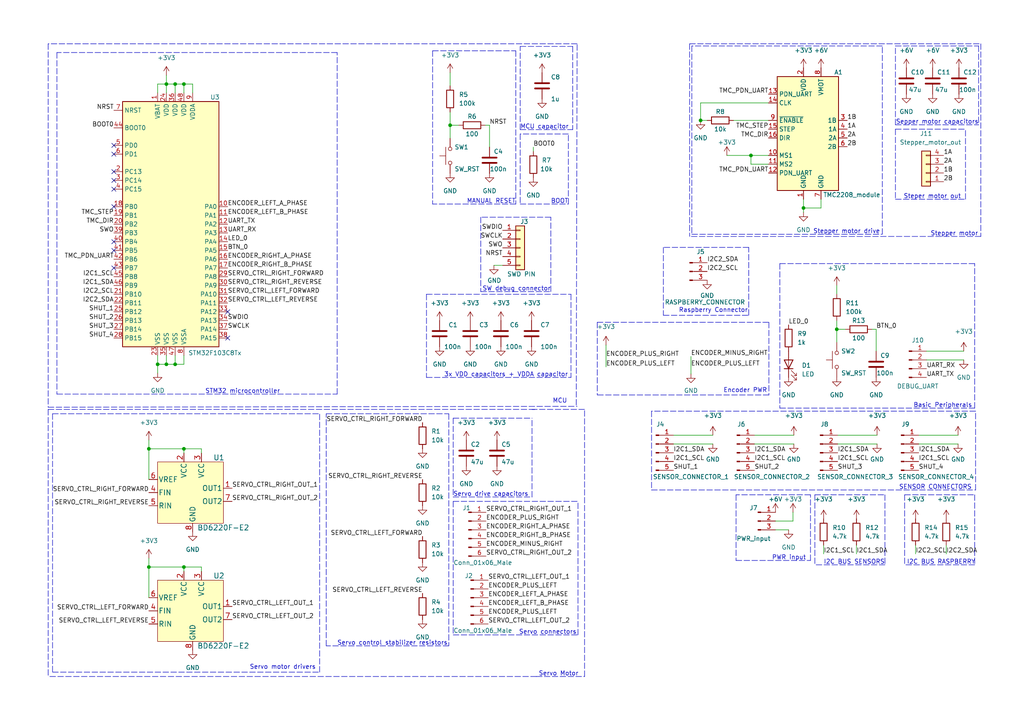
<source format=kicad_sch>
(kicad_sch (version 20211123) (generator eeschema)
  (paper "A4")
  (title_block (title "Motor Control Board") (date "2022-03-11"))
  (lib_symbols
    (symbol "BD6220F-E2_2" (pin_names (offset 0.254))
      (property "Reference" "U?" (at 25.4 8.89 0))
      (property "Value" "BD6220F-E2_2" (at 26.67 -11.43 0))
      (symbol "BD6220F-E2_2_1_1"
        (pin output line (at 29.21 0 180) (length 2.54) (name "OUT1") (number "1"))
        (pin power_in line (at 15.24 10.16 270) (length 2.54) (name "VCC") (number "2"))
        (pin power_in line (at 20.32 10.16 270) (length 2.54) (name "VCC") (number "3"))
        (pin unspecified line (at 5.08 -1.27 0) (length 2.54) (name "FIN") (number "4"))
        (pin unspecified line (at 5.08 -5.08 0) (length 2.54) (name "RIN") (number "5"))
        (pin power_in line (at 5.08 2.54 0) (length 2.54) (name "VREF") (number "6"))
        (pin output line (at 29.21 -3.81 180) (length 2.54) (name "OUT2") (number "7"))
        (pin power_in line (at 17.78 -12.7 90) (length 2.54) (name "GND") (number "8"))
      )
    )
    (symbol "Connector:Conn_01x03_Male" (pin_names (offset 1.016) hide)
      (property "Reference" "J" (at 0 5.08 0))
      (property "Value" "Conn_01x03_Male" (at 0 -5.08 0))
      (symbol "Conn_01x03_Male_1_1"
        (pin passive line (at 5.08 2.54 180) (length 3.81) (name "Pin_1") (number "1"))
        (pin passive line (at 5.08 0 180) (length 3.81) (name "Pin_2") (number "2"))
        (pin passive line (at 5.08 -2.54 180) (length 3.81) (name "Pin_3") (number "3"))
      )
    )
    (symbol "Connector:Conn_01x04_Male" (pin_names (offset 1.016) hide)
      (property "Reference" "J" (at 0 5.08 0))
      (property "Value" "Conn_01x04_Male" (at 0 -7.62 0))
      (symbol "Conn_01x04_Male_1_1"
        (pin passive line (at 5.08 2.54 180) (length 3.81) (name "Pin_1") (number "1"))
        (pin passive line (at 5.08 0 180) (length 3.81) (name "Pin_2") (number "2"))
        (pin passive line (at 5.08 -2.54 180) (length 3.81) (name "Pin_3") (number "3"))
        (pin passive line (at 5.08 -5.08 180) (length 3.81) (name "Pin_4") (number "4"))
      )
    )
    (symbol "Connector:Conn_01x05_Male" (pin_names (offset 1.016) hide)
      (property "Reference" "J" (at 0 7.62 0))
      (property "Value" "Conn_01x05_Male" (at 0 -7.62 0))
      (symbol "Conn_01x05_Male_1_1"
        (pin passive line (at 5.08 5.08 180) (length 3.81) (name "Pin_1") (number "1"))
        (pin passive line (at 5.08 2.54 180) (length 3.81) (name "Pin_2") (number "2"))
        (pin passive line (at 5.08 0 180) (length 3.81) (name "Pin_3") (number "3"))
        (pin passive line (at 5.08 -2.54 180) (length 3.81) (name "Pin_4") (number "4"))
        (pin passive line (at 5.08 -5.08 180) (length 3.81) (name "Pin_5") (number "5"))
      )
    )
    (symbol "Connector:Conn_01x06_Male" (pin_names (offset 1.016) hide)
      (property "Reference" "J" (at 0 7.62 0))
      (property "Value" "Conn_01x06_Male" (at 0 -10.16 0))
      (symbol "Conn_01x06_Male_1_1"
        (pin passive line (at 5.08 5.08 180) (length 3.81) (name "Pin_1") (number "1"))
        (pin passive line (at 5.08 2.54 180) (length 3.81) (name "Pin_2") (number "2"))
        (pin passive line (at 5.08 0 180) (length 3.81) (name "Pin_3") (number "3"))
        (pin passive line (at 5.08 -2.54 180) (length 3.81) (name "Pin_4") (number "4"))
        (pin passive line (at 5.08 -5.08 180) (length 3.81) (name "Pin_5") (number "5"))
        (pin passive line (at 5.08 -7.62 180) (length 3.81) (name "Pin_6") (number "6"))
      )
    )
    (symbol "Connector_Generic:Conn_01x04" (pin_names (offset 1.016) hide)
      (property "Reference" "J" (at 0 5.08 0))
      (property "Value" "Conn_01x04" (at 0 -7.62 0))
      (symbol "Conn_01x04_1_1"
        (pin passive line (at -5.08 2.54 0) (length 3.81) (name "Pin_1") (number "1"))
        (pin passive line (at -5.08 0 0) (length 3.81) (name "Pin_2") (number "2"))
        (pin passive line (at -5.08 -2.54 0) (length 3.81) (name "Pin_3") (number "3"))
        (pin passive line (at -5.08 -5.08 0) (length 3.81) (name "Pin_4") (number "4"))
      )
    )
    (symbol "Connector_Generic:Conn_01x05" (pin_names (offset 1.016) hide)
      (property "Reference" "J" (at 0 7.62 0))
      (property "Value" "Conn_01x05" (at 0 -7.62 0))
      (symbol "Conn_01x05_1_1"
        (pin passive line (at -5.08 5.08 0) (length 3.81) (name "Pin_1") (number "1"))
        (pin passive line (at -5.08 2.54 0) (length 3.81) (name "Pin_2") (number "2"))
        (pin passive line (at -5.08 0 0) (length 3.81) (name "Pin_3") (number "3"))
        (pin passive line (at -5.08 -2.54 0) (length 3.81) (name "Pin_4") (number "4"))
        (pin passive line (at -5.08 -5.08 0) (length 3.81) (name "Pin_5") (number "5"))
      )
    )
    (symbol "Device:C" (pin_numbers hide) (pin_names (offset 0.254))
      (property "Reference" "C" (at 0.635 2.54 0))
      (property "Value" "C" (at 0.635 -2.54 0))
      (symbol "C_1_1"
        (pin passive line (at 0 3.81 270) (length 2.794) (name "~") (number "1"))
        (pin passive line (at 0 -3.81 90) (length 2.794) (name "~") (number "2"))
      )
    )
    (symbol "Device:LED" (pin_numbers hide) (pin_names (offset 1.016) hide)
      (property "Reference" "D" (at 0 2.54 0))
      (property "Value" "LED" (at 0 -2.54 0))
      (symbol "LED_1_1"
        (pin passive line (at -3.81 0 0) (length 2.54) (name "K") (number "1"))
        (pin passive line (at 3.81 0 180) (length 2.54) (name "A") (number "2"))
      )
    )
    (symbol "Device:R" (pin_numbers hide) (pin_names (offset 0))
      (property "Reference" "R" (at 2.032 0 90))
      (property "Value" "R" (at 0 0 90))
      (symbol "R_1_1"
        (pin passive line (at 0 3.81 270) (length 1.27) (name "~") (number "1"))
        (pin passive line (at 0 -3.81 90) (length 1.27) (name "~") (number "2"))
      )
    )
    (symbol "Driver_Motor:Pololu_Breakout_A4988"
      (property "Reference" "A?" (at 8.89 16.51 0))
      (property "Value" "TMC2208_module" (at 8.89 -20.32 0))
      (symbol "Pololu_Breakout_A4988_1_1"
        (pin power_in line (at 0 -20.32 90) (length 2.54) (name "GND") (number "1"))
        (pin input line (at -10.16 -7.62 0) (length 2.54) (name "MS1") (number "10"))
        (pin input line (at -10.16 -10.16 0) (length 2.54) (name "MS2") (number "11"))
        (pin input line (at -10.16 -12.7 0) (length 2.54) (name "PDN_UART") (number "12"))
        (pin input line (at -10.16 10.16 0) (length 2.54) (name "PDN_UART") (number "13"))
        (pin input line (at -10.16 7.62 0) (length 2.54) (name "CLK") (number "14"))
        (pin input line (at -10.16 0 0) (length 2.54) (name "STEP") (number "15"))
        (pin input line (at -10.16 -2.54 0) (length 2.54) (name "DIR") (number "16"))
        (pin power_in line (at 0 17.78 270) (length 2.54) (name "VDD") (number "2"))
        (pin output line (at 12.7 2.54 180) (length 2.54) (name "1B") (number "3"))
        (pin output line (at 12.7 0 180) (length 2.54) (name "1A") (number "4"))
        (pin output line (at 12.7 -2.54 180) (length 2.54) (name "2A") (number "5"))
        (pin output line (at 12.7 -5.08 180) (length 2.54) (name "2B") (number "6"))
        (pin power_in line (at 5.08 -20.32 90) (length 2.54) (name "GND") (number "7"))
        (pin power_in line (at 5.08 17.78 270) (length 2.54) (name "VMOT") (number "8"))
        (pin input line (at -10.16 2.54 0) (length 2.54) (name "~{ENABLE}") (number "9"))
      )
    )
    (symbol "MCU_ST_STM32F1:STM32F103C8Tx"
      (property "Reference" "U" (at -15.24 36.83 0))
      (property "Value" "STM32F103C8Tx" (at 7.62 36.83 0))
      (symbol "STM32F103C8Tx_1_1"
        (pin power_in line (at -5.08 38.1 270) (length 2.54) (name "VBAT") (number "1"))
        (pin bidirectional line (at 15.24 5.08 180) (length 2.54) (name "PA0") (number "10"))
        (pin bidirectional line (at 15.24 2.54 180) (length 2.54) (name "PA1") (number "11"))
        (pin bidirectional line (at 15.24 0 180) (length 2.54) (name "PA2") (number "12"))
        (pin bidirectional line (at 15.24 -2.54 180) (length 2.54) (name "PA3") (number "13"))
        (pin bidirectional line (at 15.24 -5.08 180) (length 2.54) (name "PA4") (number "14"))
        (pin bidirectional line (at 15.24 -7.62 180) (length 2.54) (name "PA5") (number "15"))
        (pin bidirectional line (at 15.24 -10.16 180) (length 2.54) (name "PA6") (number "16"))
        (pin bidirectional line (at 15.24 -12.7 180) (length 2.54) (name "PA7") (number "17"))
        (pin bidirectional line (at -17.78 5.08 0) (length 2.54) (name "PB0") (number "18"))
        (pin bidirectional line (at -17.78 2.54 0) (length 2.54) (name "PB1") (number "19"))
        (pin bidirectional line (at -17.78 15.24 0) (length 2.54) (name "PC13") (number "2"))
        (pin bidirectional line (at -17.78 0 0) (length 2.54) (name "PB2") (number "20"))
        (pin bidirectional line (at -17.78 -20.32 0) (length 2.54) (name "PB10") (number "21"))
        (pin bidirectional line (at -17.78 -22.86 0) (length 2.54) (name "PB11") (number "22"))
        (pin power_in line (at -5.08 -38.1 90) (length 2.54) (name "VSS") (number "23"))
        (pin power_in line (at -2.54 38.1 270) (length 2.54) (name "VDD") (number "24"))
        (pin bidirectional line (at -17.78 -25.4 0) (length 2.54) (name "PB12") (number "25"))
        (pin bidirectional line (at -17.78 -27.94 0) (length 2.54) (name "PB13") (number "26"))
        (pin bidirectional line (at -17.78 -30.48 0) (length 2.54) (name "PB14") (number "27"))
        (pin bidirectional line (at -17.78 -33.02 0) (length 2.54) (name "PB15") (number "28"))
        (pin bidirectional line (at 15.24 -15.24 180) (length 2.54) (name "PA8") (number "29"))
        (pin bidirectional line (at -17.78 12.7 0) (length 2.54) (name "PC14") (number "3"))
        (pin bidirectional line (at 15.24 -17.78 180) (length 2.54) (name "PA9") (number "30"))
        (pin bidirectional line (at 15.24 -20.32 180) (length 2.54) (name "PA10") (number "31"))
        (pin bidirectional line (at 15.24 -22.86 180) (length 2.54) (name "PA11") (number "32"))
        (pin bidirectional line (at 15.24 -25.4 180) (length 2.54) (name "PA12") (number "33"))
        (pin bidirectional line (at 15.24 -27.94 180) (length 2.54) (name "PA13") (number "34"))
        (pin power_in line (at -2.54 -38.1 90) (length 2.54) (name "VSS") (number "35"))
        (pin power_in line (at 0 38.1 270) (length 2.54) (name "VDD") (number "36"))
        (pin bidirectional line (at 15.24 -30.48 180) (length 2.54) (name "PA14") (number "37"))
        (pin bidirectional line (at 15.24 -33.02 180) (length 2.54) (name "PA15") (number "38"))
        (pin bidirectional line (at -17.78 -2.54 0) (length 2.54) (name "PB3") (number "39"))
        (pin bidirectional line (at -17.78 10.16 0) (length 2.54) (name "PC15") (number "4"))
        (pin bidirectional line (at -17.78 -5.08 0) (length 2.54) (name "PB4") (number "40"))
        (pin bidirectional line (at -17.78 -7.62 0) (length 2.54) (name "PB5") (number "41"))
        (pin bidirectional line (at -17.78 -10.16 0) (length 2.54) (name "PB6") (number "42"))
        (pin bidirectional line (at -17.78 -12.7 0) (length 2.54) (name "PB7") (number "43"))
        (pin input line (at -17.78 27.94 0) (length 2.54) (name "BOOT0") (number "44"))
        (pin bidirectional line (at -17.78 -15.24 0) (length 2.54) (name "PB8") (number "45"))
        (pin bidirectional line (at -17.78 -17.78 0) (length 2.54) (name "PB9") (number "46"))
        (pin power_in line (at 0 -38.1 90) (length 2.54) (name "VSS") (number "47"))
        (pin power_in line (at 2.54 38.1 270) (length 2.54) (name "VDD") (number "48"))
        (pin input line (at -17.78 22.86 0) (length 2.54) (name "PD0") (number "5"))
        (pin input line (at -17.78 20.32 0) (length 2.54) (name "PD1") (number "6"))
        (pin input line (at -17.78 33.02 0) (length 2.54) (name "NRST") (number "7"))
        (pin power_in line (at 2.54 -38.1 90) (length 2.54) (name "VSSA") (number "8"))
        (pin power_in line (at 5.08 38.1 270) (length 2.54) (name "VDDA") (number "9"))
      )
    )
    (symbol "Switch:SW_Push" (pin_numbers hide) (pin_names (offset 1.016) hide)
      (property "Reference" "SW" (at 1.27 2.54 0))
      (property "Value" "SW_Push" (at 0 -1.524 0))
      (symbol "SW_Push_0_1"
        (pin passive line (at -5.08 0 0) (length 2.54) (name "1") (number "1"))
        (pin passive line (at 5.08 0 180) (length 2.54) (name "2") (number "2"))
      )
    )
    (symbol "power:+3V3" (power) (pin_names (offset 0))
      (property "Value" "+3V3" (at 0 3.556 0))
      (symbol "+3V3_1_1"
        (pin power_in line (at 0 0 90) (length 0) hide (name "+3V3") (number "1"))
      )
    )
    (symbol "power:+6V" (power) (pin_names (offset 0))
      (property "Value" "+6V" (at 0 3.556 0))
      (symbol "+6V_1_1"
        (pin power_in line (at 0 0 90) (length 0) hide (name "+6V") (number "1"))
      )
    )
    (symbol "power:GND" (power) (pin_names (offset 0))
      (property "Value" "GND" (at 0 -3.81 0))
      (symbol "GND_1_1"
        (pin power_in line (at 0 0 270) (length 0) hide (name "GND") (number "1"))
      )
    )
  )
  (junction (at 233.045 60.325))
  (junction (at 43.18 130.175))
  (junction (at 130.556 36.322))
  (junction (at 45.72 105.664))
  (junction (at 50.8 24.384))
  (junction (at 50.8 105.664))
  (junction (at 48.26 24.384))
  (junction (at 53.34 24.384))
  (junction (at 53.34 130.175))
  (junction (at 203.2 34.925))
  (junction (at 48.26 105.664))
  (junction (at 242.697 95.504))
  (junction (at 53.34 164.465))
  (junction (at 43.18 164.465))
  (junction (at 217.805 45.085))
  (no_connect (at 33.02 77.724))
  (no_connect (at 33.02 44.704))
  (no_connect (at 33.02 70.104))
  (no_connect (at 33.02 42.164))
  (no_connect (at 66.04 90.424))
  (no_connect (at 33.02 59.944))
  (no_connect (at 33.02 72.644))
  (no_connect (at 33.02 49.784))
  (no_connect (at 33.02 52.324))
  (no_connect (at 33.02 54.864))
  (no_connect (at 66.04 98.044))
  (polyline (pts (xy 188.976 142.113) (xy 282.956 142.113)))
  (wire (pts (xy 53.34 24.384) (xy 55.88 24.384)))
  (wire (pts (xy 53.34 105.664) (xy 53.34 103.124)))
  (polyline (pts (xy 155.575 196.215) (xy 13.97 196.215)))
  (wire (pts (xy 252.857 95.504) (xy 254.127 95.504)))
  (polyline (pts (xy 255.905 13.335) (xy 200.66 13.335)))
  (wire (pts (xy 130.556 36.322) (xy 130.556 40.132)))
  (wire (pts (xy 195.326 128.778) (xy 206.756 128.778)))
  (wire (pts (xy 242.951 126.238) (xy 254.381 126.238)))
  (wire (pts (xy 48.26 24.384) (xy 48.26 26.924)))
  (wire (pts (xy 238.887 158.115) (xy 238.887 160.655)))
  (wire (pts (xy 53.34 130.175) (xy 53.34 131.445)))
  (wire (pts (xy 254.127 101.854) (xy 254.127 95.504)))
  (polyline (pts (xy 167.386 12.954) (xy 167.132 117.856)))
  (polyline (pts (xy 192.405 91.44) (xy 217.17 91.44)))
  (wire (pts (xy 266.446 128.778) (xy 277.876 128.778)))
  (polyline (pts (xy 154.305 144.145) (xy 154.305 121.285)))
  (polyline (pts (xy 226.187 76.454) (xy 226.187 118.364)))
  (polyline (pts (xy 192.405 71.755) (xy 192.405 91.44)))
  (polyline (pts (xy 130.175 120.015) (xy 130.175 187.325)))
  (polyline (pts (xy 149.606 14.732) (xy 149.606 59.182)))
  (wire (pts (xy 210.82 45.085) (xy 217.805 45.085)))
  (polyline (pts (xy 213.487 162.56) (xy 235.077 162.56)))
  (polyline (pts (xy 169.545 118.745) (xy 154.305 118.745)))
  (wire (pts (xy 141.986 42.672) (xy 141.986 36.322)))
  (polyline (pts (xy 236.347 143.51) (xy 256.667 143.51)))
  (polyline (pts (xy 123.698 109.474) (xy 165.608 109.474)))
  (wire (pts (xy 248.412 158.115) (xy 248.412 160.655)))
  (polyline (pts (xy 169.545 196.215) (xy 169.545 118.745)))
  (wire (pts (xy 233.045 60.325) (xy 233.045 61.595)))
  (wire (pts (xy 45.72 105.664) (xy 45.72 108.204)))
  (polyline (pts (xy 97.79 114.3) (xy 97.79 15.24)))
  (polyline (pts (xy 150.876 59.182) (xy 164.846 59.182)))
  (wire (pts (xy 143.256 76.962) (xy 145.796 76.962)))
  (polyline (pts (xy 130.175 187.325) (xy 94.615 187.325)))
  (polyline (pts (xy 131.445 145.415) (xy 167.64 145.415)))
  (polyline (pts (xy 123.698 85.344) (xy 123.698 109.474)))
  (polyline (pts (xy 123.698 85.344) (xy 165.608 85.344)))
  (wire (pts (xy 58.42 165.735) (xy 58.42 164.465)))
  (wire (pts (xy 242.697 82.804) (xy 242.697 85.344)))
  (wire (pts (xy 154.686 42.672) (xy 154.686 43.942)))
  (wire (pts (xy 53.34 164.465) (xy 53.34 165.735)))
  (wire (pts (xy 242.951 128.778) (xy 254.381 128.778)))
  (wire (pts (xy 43.18 161.925) (xy 43.18 164.465)))
  (polyline (pts (xy 259.715 36.195) (xy 259.715 13.335)))
  (wire (pts (xy 140.716 36.322) (xy 141.986 36.322)))
  (polyline (pts (xy 131.445 121.285) (xy 154.305 121.285)))
  (polyline (pts (xy 259.715 57.785) (xy 280.035 57.785)))
  (wire (pts (xy 222.885 47.625) (xy 217.805 47.625)))
  (wire (pts (xy 45.72 105.664) (xy 48.26 105.664)))
  (wire (pts (xy 265.557 158.115) (xy 265.557 160.655)))
  (polyline (pts (xy 165.608 108.204) (xy 165.608 109.474)))
  (wire (pts (xy 242.697 92.964) (xy 242.697 95.504)))
  (wire (pts (xy 274.447 158.115) (xy 274.447 160.655)))
  (polyline (pts (xy 173.228 93.472) (xy 173.228 114.554)))
  (wire (pts (xy 238.125 60.325) (xy 238.125 57.785)))
  (polyline (pts (xy 282.702 118.364) (xy 282.702 76.454)))
  (wire (pts (xy 224.917 151.13) (xy 229.997 151.13)))
  (wire (pts (xy 233.045 57.785) (xy 233.045 60.325)))
  (polyline (pts (xy 94.615 120.015) (xy 130.175 120.015)))
  (polyline (pts (xy 125.476 14.732) (xy 125.476 59.182)))
  (polyline (pts (xy 259.715 13.335) (xy 283.845 13.335)))
  (polyline (pts (xy 223.012 93.472) (xy 223.012 114.554)))
  (polyline (pts (xy 139.446 84.582) (xy 159.766 84.582)))
  (polyline (pts (xy 15.24 120.015) (xy 92.71 120.015)))
  (polyline (pts (xy 256.667 143.51) (xy 256.667 163.83)))
  (wire (pts (xy 203.2 29.845) (xy 203.2 34.925)))
  (polyline (pts (xy 200.025 12.7) (xy 200.025 68.58)))
  (wire (pts (xy 266.446 126.238) (xy 277.876 126.238)))
  (wire (pts (xy 218.821 126.238) (xy 230.251 126.238)))
  (polyline (pts (xy 164.846 59.182) (xy 164.846 38.862)))
  (polyline (pts (xy 150.876 13.462) (xy 166.116 13.462)))
  (wire (pts (xy 242.697 95.504) (xy 242.697 99.314)))
  (wire (pts (xy 43.18 164.465) (xy 43.18 173.355)))
  (polyline (pts (xy 259.715 37.465) (xy 259.715 57.785)))
  (wire (pts (xy 43.18 130.175) (xy 53.34 130.175)))
  (polyline (pts (xy 282.956 119.253) (xy 188.976 119.253)))
  (polyline (pts (xy 259.715 37.465) (xy 280.035 37.465)))
  (polyline (pts (xy 282.702 143.51) (xy 282.702 163.83)))
  (polyline (pts (xy 94.615 187.325) (xy 94.615 120.015)))
  (polyline (pts (xy 125.476 14.732) (xy 149.606 14.732)))
  (polyline (pts (xy 167.386 12.7) (xy 13.97 12.7)))
  (polyline (pts (xy 92.71 194.945) (xy 92.71 120.015)))
  (wire (pts (xy 50.8 105.664) (xy 53.34 105.664)))
  (wire (pts (xy 200.406 103.378) (xy 200.406 108.458)))
  (polyline (pts (xy 255.905 67.945) (xy 255.905 13.335)))
  (wire (pts (xy 45.72 103.124) (xy 45.72 105.664)))
  (polyline (pts (xy 13.97 118.11) (xy 167.386 117.856)))
  (polyline (pts (xy 150.876 37.592) (xy 166.116 37.592)))
  (polyline (pts (xy 13.97 118.745) (xy 13.97 196.215)))
  (polyline (pts (xy 217.17 71.755) (xy 192.405 71.755)))
  (wire (pts (xy 45.72 24.384) (xy 48.26 24.384)))
  (polyline (pts (xy 280.035 57.785) (xy 280.035 37.465)))
  (wire (pts (xy 48.26 105.664) (xy 50.8 105.664)))
  (wire (pts (xy 203.2 29.845) (xy 222.885 29.845)))
  (polyline (pts (xy 131.445 121.285) (xy 131.445 144.145)))
  (wire (pts (xy 175.768 100.076) (xy 175.768 106.426)))
  (wire (pts (xy 218.821 128.778) (xy 230.251 128.778)))
  (polyline (pts (xy 139.446 62.992) (xy 139.446 84.582)))
  (wire (pts (xy 48.26 24.384) (xy 50.8 24.384)))
  (polyline (pts (xy 200.025 12.7) (xy 284.48 12.7)))
  (polyline (pts (xy 282.702 163.83) (xy 262.382 163.83)))
  (polyline (pts (xy 150.876 38.862) (xy 150.876 59.182)))
  (wire (pts (xy 228.727 153.67) (xy 224.917 153.67)))
  (polyline (pts (xy 282.956 142.113) (xy 282.956 119.253)))
  (polyline (pts (xy 259.715 36.195) (xy 283.845 36.195)))
  (polyline (pts (xy 97.79 15.24) (xy 16.51 15.24)))
  (polyline (pts (xy 149.606 59.182) (xy 125.476 59.182)))
  (wire (pts (xy 50.8 24.384) (xy 53.34 24.384)))
  (polyline (pts (xy 283.845 13.335) (xy 283.845 36.195)))
  (wire (pts (xy 242.697 95.504) (xy 245.237 95.504)))
  (polyline (pts (xy 159.766 62.992) (xy 139.446 62.992)))
  (polyline (pts (xy 256.667 163.83) (xy 236.347 163.83)))
  (wire (pts (xy 217.805 47.625) (xy 217.805 45.085)))
  (wire (pts (xy 48.26 21.844) (xy 48.26 24.384)))
  (wire (pts (xy 229.997 148.59) (xy 229.997 151.13)))
  (wire (pts (xy 43.18 164.465) (xy 53.34 164.465)))
  (wire (pts (xy 130.556 36.322) (xy 133.096 36.322)))
  (wire (pts (xy 268.732 101.854) (xy 279.527 101.854)))
  (polyline (pts (xy 282.702 76.454) (xy 226.187 76.454)))
  (polyline (pts (xy 131.445 144.145) (xy 154.305 144.145)))
  (polyline (pts (xy 167.64 184.15) (xy 167.64 145.415)))
  (polyline (pts (xy 159.766 84.582) (xy 159.766 62.992)))
  (polyline (pts (xy 284.48 12.7) (xy 284.48 68.58)))
  (polyline (pts (xy 236.347 143.51) (xy 236.347 163.83)))
  (wire (pts (xy 130.556 32.512) (xy 130.556 36.322)))
  (polyline (pts (xy 13.97 118.745) (xy 155.575 118.745)))
  (wire (pts (xy 45.72 26.924) (xy 45.72 24.384)))
  (wire (pts (xy 53.34 164.465) (xy 58.42 164.465)))
  (polyline (pts (xy 165.608 85.344) (xy 165.608 108.204)))
  (polyline (pts (xy 235.077 143.51) (xy 213.487 143.51)))
  (polyline (pts (xy 131.445 145.415) (xy 131.445 184.15)))
  (wire (pts (xy 268.732 104.394) (xy 279.527 104.394)))
  (wire (pts (xy 203.2 34.925) (xy 205.105 34.925)))
  (polyline (pts (xy 166.116 13.462) (xy 166.116 37.592)))
  (polyline (pts (xy 15.24 194.945) (xy 92.71 194.945)))
  (polyline (pts (xy 155.575 196.215) (xy 169.545 196.215)))
  (polyline (pts (xy 226.187 118.364) (xy 282.702 118.364)))
  (polyline (pts (xy 262.382 143.51) (xy 282.702 143.51)))
  (wire (pts (xy 53.34 24.384) (xy 53.34 26.924)))
  (polyline (pts (xy 284.48 68.58) (xy 200.025 68.58)))
  (wire (pts (xy 43.18 130.175) (xy 43.18 139.065)))
  (polyline (pts (xy 262.382 143.51) (xy 262.382 163.83)))
  (wire (pts (xy 55.88 24.384) (xy 55.88 26.924)))
  (polyline (pts (xy 235.077 162.56) (xy 235.077 143.51)))
  (wire (pts (xy 233.045 60.325) (xy 238.125 60.325)))
  (polyline (pts (xy 150.876 37.592) (xy 150.876 13.462)))
  (polyline (pts (xy 200.66 67.945) (xy 255.905 67.945)))
  (polyline (pts (xy 217.17 91.44) (xy 217.17 71.755)))
  (wire (pts (xy 50.8 24.384) (xy 50.8 26.924)))
  (polyline (pts (xy 173.228 93.472) (xy 223.012 93.472)))
  (polyline (pts (xy 213.487 143.51) (xy 213.487 162.56)))
  (wire (pts (xy 53.34 130.175) (xy 58.42 130.175)))
  (wire (pts (xy 217.805 45.085) (xy 222.885 45.085)))
  (wire (pts (xy 195.326 126.238) (xy 206.756 126.238)))
  (polyline (pts (xy 200.66 13.335) (xy 200.66 67.945)))
  (wire (pts (xy 50.8 105.664) (xy 50.8 103.124)))
  (polyline (pts (xy 16.51 114.3) (xy 97.79 114.3)))
  (wire (pts (xy 43.18 127.635) (xy 43.18 130.175)))
  (polyline (pts (xy 13.97 12.7) (xy 13.97 118.11)))
  (wire (pts (xy 130.556 21.082) (xy 130.556 24.892)))
  (wire (pts (xy 48.26 105.664) (xy 48.26 103.124)))
  (polyline (pts (xy 16.51 15.24) (xy 16.51 114.3)))
  (wire (pts (xy 212.725 34.925) (xy 222.885 34.925)))
  (polyline (pts (xy 131.445 184.15) (xy 167.64 184.15)))
  (polyline (pts (xy 223.012 114.554) (xy 173.228 114.554)))
  (polyline (pts (xy 15.24 120.015) (xy 15.24 194.945)))
  (polyline (pts (xy 188.976 119.253) (xy 188.976 142.113)))
  (wire (pts (xy 58.42 131.445) (xy 58.42 130.175)))
  (polyline (pts (xy 164.846 38.862) (xy 150.876 38.862)))
  (text "BOOT" (at 164.846 59.182 180) (effects (font (size 1.27 1.27)) (justify right bottom)))
  (text "MANUAL RESET" (at 149.606 59.182 180) (effects (font (size 1.27 1.27)) (justify right bottom)))
  (text "STM32 microcontroller" (at 81.28 114.3 180) (effects (font (size 1.27 1.27)) (justify right bottom)))
  (text "Sepper motor capacitors\n" (at 283.845 36.195 180) (effects (font (size 1.27 1.27)) (justify right bottom)))
  (text "I2C BUS SENSORS" (at 238.887 163.83 0) (effects (font (size 1.27 1.27)) (justify left bottom)))
  (text "MCU" (at 160.274 117.094 0) (effects (font (size 1.27 1.27)) (justify left bottom)))
  (text "Steper motor out" (at 278.765 57.785 180) (effects (font (size 1.27 1.27)) (justify right bottom)))
  (text "Servo control stabilizer resistors" (at 97.79 187.325 0) (effects (font (size 1.27 1.27)) (justify left bottom)))
  (text "Servo drive capacitors" (at 131.445 144.145 0) (effects (font (size 1.27 1.27)) (justify left bottom)))
  (text "Servo Motor" (at 156.21 196.215 0) (effects (font (size 1.27 1.27)) (justify left bottom)))
  (text "Raspberry Connector" (at 196.85 90.805 0) (effects (font (size 1.27 1.27)) (justify left bottom)))
  (text "3x VDD capacitors + VDDA capacitor" (at 128.778 109.474 0) (effects (font (size 1.27 1.27)) (justify left bottom)))
  (text "Basic Peripherals\n" (at 264.922 118.364 0) (effects (font (size 1.27 1.27)) (justify left bottom)))
  (text "Stepper motor drive" (at 255.27 67.945 180) (effects (font (size 1.27 1.27)) (justify right bottom)))
  (text "SW debug connector\n" (at 159.766 84.582 180) (effects (font (size 1.27 1.27)) (justify right bottom)))
  (text "MCU capacitor\n" (at 150.876 37.592 0) (effects (font (size 1.27 1.27)) (justify left bottom)))
  (text "Servo connectors" (at 150.495 184.15 0) (effects (font (size 1.27 1.27)) (justify left bottom)))
  (text "Encoder PWR" (at 209.804 114.046 0) (effects (font (size 1.27 1.27)) (justify left bottom)))
  (text "Stepper motor\n" (at 269.875 68.58 0) (effects (font (size 1.27 1.27)) (justify left bottom)))
  (text "Servo motor drivers" (at 72.39 194.31 0) (effects (font (size 1.27 1.27)) (justify left bottom)))
  (text "I2C BUS RASPBERRY" (at 263.017 163.83 0) (effects (font (size 1.27 1.27)) (justify left bottom)))
  (text "SENSOR CONNECTORS" (at 260.731 142.113 0) (effects (font (size 1.27 1.27)) (justify left bottom)))
  (text "PWR input" (at 233.807 162.56 180) (effects (font (size 1.27 1.27)) (justify right bottom)))
  (label "ENCODER_RIGHT_A_PHASE" (at 140.97 153.67 0))
  (label "I2C1_SDA" (at 218.821 131.318 0))
  (label "I2C1_SCL" (at 242.951 133.858 0))
  (label "ENCODER_LEFT_B_PHASE" (at 141.605 175.895 0))
  (label "I2C2_SDA" (at 33.02 87.884 180))
  (label "ENCODER_LEFT_A_PHASE" (at 66.04 59.944 0))
  (label "ENCODER_LEFT_B_PHASE" (at 66.04 62.484 0))
  (label "ENCODER_RIGHT_B_PHASE" (at 140.97 156.21 0))
  (label "ENCODER_PLUS_LEFT" (at 141.605 170.815 0))
  (label "I2C2_SDA" (at 274.447 160.655 0))
  (label "2B" (at 245.745 42.545 0))
  (label "I2C1_SDA" (at 33.02 82.804 180))
  (label "SHUT_2" (at 33.02 92.964 180))
  (label "1B" (at 245.745 34.925 0))
  (label "TMC_DIR" (at 33.02 65.024 180))
  (label "SERVO_CTRL_LEFT_REVERSE" (at 122.555 172.085 180))
  (label "1B" (at 273.685 50.165 0))
  (label "SERVO_CTRL_LEFT_FORWARD" (at 66.04 85.344 0))
  (label "ENCODER_RIGHT_B_PHASE" (at 66.04 77.724 0))
  (label "SHUT_1" (at 195.326 136.398 0))
  (label "SERVO_CTRL_LEFT_REVERSE" (at 43.18 180.975 180))
  (label "UART_TX" (at 268.732 109.474 0))
  (label "ENCODER_LEFT_A_PHASE" (at 141.605 173.355 0))
  (label "I2C2_SCL" (at 265.557 160.655 0))
  (label "LED_0" (at 228.727 94.234 0))
  (label "SWO" (at 33.02 67.564 180))
  (label "I2C1_SCL" (at 195.326 133.858 0))
  (label "TMC_STEP" (at 222.885 37.465 180))
  (label "UART_RX" (at 268.732 106.934 0))
  (label "ENCODER_PLUS_LEFT" (at 200.406 106.426 0))
  (label "2A" (at 273.685 47.625 0))
  (label "SERVO_CTRL_RIGHT_OUT_2" (at 140.97 161.29 0))
  (label "ENCODER_PLUS_LEFT" (at 141.605 178.435 0))
  (label "UART_TX" (at 66.04 65.024 0))
  (label "SERVO_CTRL_LEFT_OUT_1" (at 141.605 168.275 0))
  (label "SERVO_CTRL_LEFT_OUT_2" (at 141.605 180.975 0))
  (label "NRST" (at 33.02 32.004 180))
  (label "TMC_DIR" (at 222.885 40.005 180))
  (label "SERVO_CTRL_LEFT_FORWARD" (at 122.555 155.575 180))
  (label "SHUT_3" (at 242.951 136.398 0))
  (label "I2C1_SDA" (at 248.412 160.655 0))
  (label "ENCODER_PLUS_RIGHT" (at 140.97 151.13 0))
  (label "SWO" (at 145.796 71.882 180))
  (label "BTN_0" (at 254.127 95.504 0))
  (label "I2C1_SCL" (at 238.887 160.655 0))
  (label "SERVO_CTRL_LEFT_OUT_2" (at 67.31 179.705 0))
  (label "I2C2_SCL" (at 205.105 78.74 0))
  (label "ENCODER_PLUS_RIGHT" (at 175.768 103.632 0))
  (label "LED_0" (at 66.04 70.104 0))
  (label "SERVO_CTRL_RIGHT_OUT_2" (at 67.31 145.415 0))
  (label "SWDIO" (at 145.796 66.802 180))
  (label "BTN_0" (at 66.04 72.644 0))
  (label "BOOT0" (at 33.02 37.084 180))
  (label "SERVO_CTRL_RIGHT_REVERSE" (at 66.04 82.804 0))
  (label "I2C1_SCL" (at 218.821 133.858 0))
  (label "SERVO_CTRL_RIGHT_OUT_1" (at 67.31 141.605 0))
  (label "SERVO_CTRL_RIGHT_FORWARD" (at 122.555 122.555 180))
  (label "SHUT_3" (at 33.02 95.504 180))
  (label "NRST" (at 141.986 36.322 0))
  (label "ENCODER_PLUS_LEFT" (at 175.768 106.426 0))
  (label "SWCLK" (at 145.796 69.342 180))
  (label "NRST" (at 145.796 74.422 180))
  (label "1A" (at 245.745 37.465 0))
  (label "2A" (at 245.745 40.005 0))
  (label "I2C1_SCL" (at 266.446 133.858 0))
  (label "SHUT_4" (at 266.446 136.398 0))
  (label "SERVO_CTRL_RIGHT_FORWARD" (at 43.18 142.875 180))
  (label "SERVO_CTRL_LEFT_FORWARD" (at 43.18 177.165 180))
  (label "SERVO_CTRL_RIGHT_REVERSE" (at 122.555 139.065 180))
  (label "ENCODER_RIGHT_A_PHASE" (at 66.04 75.184 0))
  (label "I2C2_SCL" (at 33.02 85.344 180))
  (label "UART_RX" (at 66.04 67.564 0))
  (label "I2C1_SDA" (at 266.446 131.318 0))
  (label "I2C1_SDA" (at 242.951 131.318 0))
  (label "SWCLK" (at 66.04 95.504 0))
  (label "SERVO_CTRL_RIGHT_FORWARD" (at 66.04 80.264 0))
  (label "SHUT_1" (at 33.02 90.424 180))
  (label "1A" (at 273.685 45.085 0))
  (label "BOOT0" (at 154.686 42.672 0))
  (label "ENCODER_MINUS_RIGHT" (at 200.406 103.378 0))
  (label "I2C1_SCL" (at 33.02 80.264 180))
  (label "TMC_PDN_UART" (at 33.02 75.184 180))
  (label "SHUT_4" (at 33.02 98.044 180))
  (label "SWDIO" (at 66.04 92.964 0))
  (label "TMC_STEP" (at 33.02 62.484 180))
  (label "SERVO_CTRL_RIGHT_REVERSE" (at 43.18 146.685 180))
  (label "SERVO_CTRL_RIGHT_OUT_1" (at 140.97 148.59 0))
  (label "SERVO_CTRL_LEFT_REVERSE" (at 66.04 87.884 0))
  (label "SERVO_CTRL_LEFT_OUT_1" (at 67.31 175.895 0))
  (label "I2C2_SDA" (at 205.105 76.2 0))
  (label "TMC_PDN_UART" (at 222.885 50.165 180))
  (label "I2C1_SDA" (at 195.326 131.318 0))
  (label "ENCODER_MINUS_RIGHT" (at 140.97 158.75 0))
  (label "TMC_PDN_UART" (at 222.885 27.305 180))
  (label "SHUT_2" (at 218.821 136.398 0))
  (label "2B" (at 273.685 52.705 0))
  (symbol (lib_id "power:GND") (at 200.406 108.458 0) (unit 1)
    (property "Reference" "#PWR0120" (effects hide))
    (property "Value" "GND" (at 200.406 113.284 0))
  )
  (symbol (lib_id "Device:R") (at 122.555 159.385 0) (unit 1)
    (property "Reference" "R3" (at 125.095 158.1149 0) (effects (justify left)))
    (property "Value" "10k" (at 125.095 160.6549 0) (effects (justify left)))
    (property "Footprint" "Resistor_SMD:R_0805_2012Metric_Pad1.20x1.40mm_HandSolder" (effects hide))
  )
  (symbol (lib_id "power:GND") (at 233.045 61.595 0) (unit 1)
    (property "Reference" "#PWR0109" (effects hide))
    (property "Value" "GND" (at 233.045 66.675 0))
  )
  (symbol (lib_id "Device:C") (at 127.508 96.774 0) (unit 1)
    (property "Reference" "C1" (at 130.048 94.234 0) (effects (justify left)))
    (property "Value" "100n" (at 128.778 100.584 0) (effects (justify left)))
  )
  (symbol (lib_id "Device:R") (at 238.887 154.305 0) (unit 1)
    (property "Reference" "R10" (at 241.427 153.0349 0) (effects (justify left)))
    (property "Value" "4.7k" (at 241.427 155.5749 0) (effects (justify left)))
    (property "Footprint" "Resistor_SMD:R_0805_2012Metric_Pad1.20x1.40mm_HandSolder" (effects hide))
  )
  (symbol (lib_id "power:GND") (at 262.89 27.305 0) (unit 1)
    (property "Reference" "#PWR0140" (effects hide))
    (property "Value" "GND" (at 262.89 32.385 0))
  )
  (symbol (lib_id "Connector_Generic:Conn_01x05") (at 150.876 71.882 0) (unit 1)
    (property "Reference" "J3" (at 150.876 64.262 0) (effects (justify left)))
    (property "Value" "SWD PIN" (at 147.066 79.502 0) (effects (justify left)))
  )
  (symbol (lib_id "power:GND") (at 45.72 108.204 0) (unit 1)
    (property "Reference" "#PWR0153" (effects hide))
    (property "Value" "GND" (at 45.72 113.284 0))
  )
  (symbol (lib_id "Device:C") (at 157.226 24.892 0) (unit 1)
    (property "Reference" "C8" (at 159.766 22.352 0) (effects (justify left)))
    (property "Value" "1u" (at 159.766 28.702 0) (effects (justify left)))
  )
  (symbol (lib_id "power:+6V") (at 238.125 19.685 0) (unit 1)
    (property "Reference" "#PWR0113" (effects hide))
    (property "Value" "+6V" (at 238.125 14.605 0))
  )
  (symbol (lib_id "Connector:Conn_01x06_Male") (at 135.89 153.67 0) (unit 1)
    (property "Reference" "J1" (at 136.525 147.32 0) (effects (justify right)))
    (property "Value" "Conn_01x06_Male" (at 148.59 163.195 0) (effects (justify right)))
  )
  (symbol (lib_id "power:+3V3") (at 279.527 101.854 0) (unit 1)
    (property "Reference" "#PWR0123" (effects hide))
    (property "Value" "+3V3" (at 279.527 96.139 0))
  )
  (symbol (lib_id "power:GND") (at 122.555 163.195 0) (unit 1)
    (property "Reference" "#PWR0142" (effects hide))
    (property "Value" "GND" (at 122.555 168.275 0))
  )
  (symbol (lib_id "Connector:Conn_01x05_Male") (at 237.871 131.318 0) (unit 1)
    (property "Reference" "J8" (at 239.141 123.063 0))
    (property "Value" "SENSOR_CONNECTOR_3" (at 248.031 138.303 0))
  )
  (symbol (lib_id "power:GND") (at 157.226 28.702 0) (unit 1)
    (property "Reference" "#PWR0104" (effects hide))
    (property "Value" "GND" (at 157.226 33.782 0))
  )
  (symbol (lib_id "Device:C") (at 154.178 96.774 0) (unit 1)
    (property "Reference" "C7" (at 156.718 94.234 0) (effects (justify left)))
    (property "Value" "100n" (at 156.718 100.584 0) (effects (justify left)))
  )
  (symbol (lib_name "BD6220F-E2_2") (lib_id "motor-driver:BD6220F-E2") (at 38.1 175.895 0) (unit 1)
    (property "Reference" "U2" (at 63.5 167.005 0) (effects (font (size 1.524 1.524))))
    (property "Value" "BD6220F-E2" (at 64.77 187.325 0) (effects (font (size 1.524 1.524))))
    (property "Footprint" "SOP8_ROM" (effects hide))
  )
  (symbol (lib_id "Connector_Generic:Conn_01x04") (at 268.605 50.165 180) (unit 1)
    (property "Reference" "J11" (at 268.605 38.735 0))
    (property "Value" "Stepper_motor_out" (at 269.875 41.275 0))
  )
  (symbol (lib_id "power:+6V") (at 270.51 19.685 0) (unit 1)
    (property "Reference" "#PWR0136" (effects hide))
    (property "Value" "+6V" (at 270.51 14.605 0))
  )
  (symbol (lib_id "power:+3V3") (at 230.251 126.238 0) (unit 1)
    (property "Reference" "#PWR0118" (effects hide))
    (property "Value" "+3V3" (at 230.251 120.523 0))
  )
  (symbol (lib_id "Device:R") (at 265.557 154.305 0) (unit 1)
    (property "Reference" "R14" (at 268.097 153.0349 0) (effects (justify left)))
    (property "Value" "4.7k" (at 268.097 155.5749 0) (effects (justify left)))
    (property "Footprint" "Resistor_SMD:R_0805_2012Metric_Pad1.20x1.40mm_HandSolder" (effects hide))
  )
  (symbol (lib_id "Connector:Conn_01x05_Male") (at 261.366 131.318 0) (unit 1)
    (property "Reference" "J9" (at 262.636 123.063 0))
    (property "Value" "SENSOR_CONNECTOR_4" (at 271.526 138.303 0))
  )
  (symbol (lib_id "power:GND") (at 136.398 100.584 0) (unit 1)
    (property "Reference" "#PWR0162" (effects hide))
    (property "Value" "GND" (at 136.398 105.664 0))
  )
  (symbol (lib_id "power:+3V3") (at 175.768 100.076 0) (unit 1)
    (property "Reference" "#PWR0106" (effects hide))
    (property "Value" "+3V3" (at 175.768 94.742 0))
  )
  (symbol (lib_id "Connector:Conn_01x04_Male") (at 263.652 104.394 0) (unit 1)
    (property "Reference" "J10" (at 266.192 98.679 0))
    (property "Value" "DEBUG_UART" (at 266.192 112.014 0))
  )
  (symbol (lib_id "power:+3V3") (at 277.876 126.238 0) (unit 1)
    (property "Reference" "#PWR0116" (effects hide))
    (property "Value" "+3V3" (at 277.876 120.523 0))
  )
  (symbol (lib_id "power:+3V3") (at 130.556 21.082 0) (unit 1)
    (property "Reference" "#PWR0148" (effects hide))
    (property "Value" "+3V3" (at 130.556 16.002 0))
  )
  (symbol (lib_id "power:+3V3") (at 43.18 127.635 0) (unit 1)
    (property "Reference" "#PWR0149" (effects hide))
    (property "Value" "+3V3" (at 43.18 122.555 0))
  )
  (symbol (lib_id "Device:C") (at 145.288 96.774 0) (unit 1)
    (property "Reference" "C6" (at 147.828 94.234 0) (effects (justify left)))
    (property "Value" "100n" (at 146.558 100.584 0) (effects (justify left)))
  )
  (symbol (lib_id "Device:R") (at 154.686 47.752 180) (unit 1)
    (property "Reference" "R7" (at 158.496 46.482 0))
    (property "Value" "10k" (at 158.496 49.022 0))
    (property "Footprint" "Resistor_SMD:R_0805_2012Metric_Pad1.20x1.40mm_HandSolder" (effects hide))
  )
  (symbol (lib_id "power:GND") (at 122.555 130.175 0) (unit 1)
    (property "Reference" "#PWR0143" (effects hide))
    (property "Value" "GND" (at 122.555 135.255 0))
  )
  (symbol (lib_id "power:GND") (at 122.555 179.705 0) (unit 1)
    (property "Reference" "#PWR0141" (effects hide))
    (property "Value" "GND" (at 122.555 184.785 0))
  )
  (symbol (lib_id "power:+3V3") (at 154.178 92.964 0) (unit 1)
    (property "Reference" "#PWR0101" (effects hide))
    (property "Value" "+3V3" (at 154.178 87.884 0))
  )
  (symbol (lib_id "Device:R") (at 208.915 34.925 90) (unit 1)
    (property "Reference" "R8" (at 208.915 32.385 90))
    (property "Value" "10k" (at 208.915 37.465 90))
    (property "Footprint" "Resistor_SMD:R_0805_2012Metric_Pad1.20x1.40mm_HandSolder" (effects hide))
  )
  (symbol (lib_id "power:GND") (at 55.88 154.305 0) (unit 1)
    (property "Reference" "#PWR0150" (effects hide))
    (property "Value" "GND" (at 55.88 159.385 0))
  )
  (symbol (lib_id "power:GND") (at 228.727 153.67 0) (unit 1)
    (property "Reference" "#PWR0129" (effects hide))
    (property "Value" "GND" (at 228.727 158.75 0))
  )
  (symbol (lib_id "Device:R") (at 242.697 89.154 0) (unit 1)
    (property "Reference" "R11" (at 245.237 87.8839 0) (effects (justify left)))
    (property "Value" "100k" (at 245.237 90.4239 0) (effects (justify left)))
    (property "Footprint" "Resistor_SMD:R_0805_2012Metric_Pad1.20x1.40mm_HandSolder" (effects hide))
  )
  (symbol (lib_id "power:GND") (at 130.556 50.292 0) (unit 1)
    (property "Reference" "#PWR0146" (effects hide))
    (property "Value" "GND" (at 130.556 55.372 0))
  )
  (symbol (lib_id "power:+3V3") (at 254.381 126.238 0) (unit 1)
    (property "Reference" "#PWR0114" (effects hide))
    (property "Value" "+3V3" (at 254.381 120.523 0))
  )
  (symbol (lib_id "power:GND") (at 277.876 128.778 0) (unit 1)
    (property "Reference" "#PWR0107" (effects hide))
    (property "Value" "GND" (at 277.876 133.223 0))
  )
  (symbol (lib_id "Connector:Conn_01x06_Male") (at 136.525 173.355 0) (unit 1)
    (property "Reference" "J2" (at 137.16 167.005 0) (effects (justify right)))
    (property "Value" "Conn_01x06_Male" (at 148.59 182.88 0) (effects (justify right)))
  )
  (symbol (lib_id "power:GND") (at 154.686 51.562 0) (unit 1)
    (property "Reference" "#PWR0103" (effects hide))
    (property "Value" "GND" (at 154.686 56.642 0))
  )
  (symbol (lib_id "Device:R") (at 122.555 142.875 0) (unit 1)
    (property "Reference" "R2" (at 125.095 141.6049 0) (effects (justify left)))
    (property "Value" "10k" (at 125.095 144.1449 0) (effects (justify left)))
    (property "Footprint" "Resistor_SMD:R_0805_2012Metric_Pad1.20x1.40mm_HandSolder" (effects hide))
  )
  (symbol (lib_id "power:GND") (at 228.727 109.474 0) (unit 1)
    (property "Reference" "#PWR0117" (effects hide))
    (property "Value" "GND" (at 228.727 114.554 0))
  )
  (symbol (lib_id "Device:R") (at 228.727 98.044 0) (unit 1)
    (property "Reference" "R9" (at 231.267 96.7739 0) (effects (justify left)))
    (property "Value" "1k" (at 231.267 99.3139 0) (effects (justify left)))
    (property "Footprint" "Resistor_SMD:R_0805_2012Metric_Pad1.20x1.40mm_HandSolder" (effects hide))
  )
  (symbol (lib_id "power:+3V3") (at 233.045 19.685 0) (unit 1)
    (property "Reference" "#PWR0112" (effects hide))
    (property "Value" "+3V3" (at 233.045 14.605 0))
  )
  (symbol (lib_id "power:GND") (at 143.256 76.962 0) (unit 1)
    (property "Reference" "#PWR0145" (effects hide))
    (property "Value" "GND" (at 143.383 81.3562 0))
  )
  (symbol (lib_id "power:+6V") (at 262.89 19.685 0) (unit 1)
    (property "Reference" "#PWR0139" (effects hide))
    (property "Value" "+6V" (at 262.89 14.605 0))
  )
  (symbol (lib_id "power:+3V3") (at 127.508 92.964 0) (unit 1)
    (property "Reference" "#PWR0164" (effects hide))
    (property "Value" "+3V3" (at 127.508 87.884 0))
  )
  (symbol (lib_id "power:GND") (at 154.178 100.584 0) (unit 1)
    (property "Reference" "#PWR0102" (effects hide))
    (property "Value" "GND" (at 154.178 105.664 0))
  )
  (symbol (lib_id "Connector:Conn_01x05_Male") (at 213.741 131.318 0) (unit 1)
    (property "Reference" "J6" (at 215.011 123.063 0))
    (property "Value" "SENSOR_CONNECTOR_2" (at 223.901 138.303 0))
  )
  (symbol (lib_id "power:+3V3") (at 278.13 19.685 0) (unit 1)
    (property "Reference" "#PWR0137" (effects hide))
    (property "Value" "+3V3" (at 278.13 14.605 0))
  )
  (symbol (lib_id "Device:LED") (at 228.727 105.664 90) (unit 1)
    (property "Reference" "D1" (at 232.537 105.9814 90) (effects (justify right)))
    (property "Value" "LED" (at 232.537 108.5214 90) (effects (justify right)))
  )
  (symbol (lib_id "power:GND") (at 270.51 27.305 0) (unit 1)
    (property "Reference" "#PWR0135" (effects hide))
    (property "Value" "GND" (at 270.51 32.385 0))
  )
  (symbol (lib_id "Driver_Motor:Pololu_Breakout_A4988") (at 233.045 37.465 0) (unit 1)
    (property "Reference" "A1" (at 241.935 20.955 0) (effects (justify left)))
    (property "Value" "TMC2208_module" (at 238.76 56.515 0) (effects (justify left)))
    (property "Footprint" "Module:Pololu_Breakout-16_15.2x20.3mm" (effects hide))
    (property "Datasheet" "https://www.pololu.com/product/2980/pictures" (effects hide))
  )
  (symbol (lib_id "power:+3V3") (at 248.412 150.495 0) (unit 1)
    (property "Reference" "#PWR0133" (effects hide))
    (property "Value" "+3V3" (at 248.412 144.78 0))
  )
  (symbol (lib_id "power:GND") (at 254.381 128.778 0) (unit 1)
    (property "Reference" "#PWR0132" (effects hide))
    (property "Value" "GND" (at 254.381 133.223 0))
  )
  (symbol (lib_id "Device:R") (at 136.906 36.322 90) (unit 1)
    (property "Reference" "R6" (at 136.906 33.782 90))
    (property "Value" "100" (at 136.906 38.862 90))
    (property "Footprint" "Resistor_SMD:R_0805_2012Metric_Pad1.20x1.40mm_HandSolder" (effects hide))
  )
  (symbol (lib_id "power:+3V3") (at 274.447 150.495 0) (unit 1)
    (property "Reference" "#PWR0108" (effects hide))
    (property "Value" "+3V3" (at 274.447 144.78 0))
  )
  (symbol (lib_id "Device:R") (at 274.447 154.305 0) (unit 1)
    (property "Reference" "R15" (at 276.987 153.0349 0) (effects (justify left)))
    (property "Value" "4.7k" (at 276.987 155.5749 0) (effects (justify left)))
    (property "Footprint" "Resistor_SMD:R_0805_2012Metric_Pad1.20x1.40mm_HandSolder" (effects hide))
  )
  (symbol (lib_id "Connector:Conn_01x03_Male") (at 200.025 78.74 0) (unit 1)
    (property "Reference" "J5" (at 203.2 73.025 0))
    (property "Value" "RASPBERRY_CONNECTOR" (at 204.47 87.63 0))
  )
  (symbol (lib_id "power:GND") (at 127.508 100.584 0) (unit 1)
    (property "Reference" "#PWR0163" (effects hide))
    (property "Value" "GND" (at 127.508 105.664 0))
  )
  (symbol (lib_id "power:GND") (at 122.555 146.685 0) (unit 1)
    (property "Reference" "#PWR0144" (effects hide))
    (property "Value" "GND" (at 122.555 151.765 0))
  )
  (symbol (lib_id "power:GND") (at 144.145 135.255 0) (unit 1)
    (property "Reference" "#PWR0155" (effects hide))
    (property "Value" "GND" (at 144.145 140.335 0))
  )
  (symbol (lib_id "Device:C") (at 262.89 23.495 0) (unit 1)
    (property "Reference" "C10" (at 264.16 20.955 0) (effects (justify left)))
    (property "Value" "47u" (at 263.525 26.035 0) (effects (justify left)))
  )
  (symbol (lib_id "power:+3V3") (at 157.226 21.082 0) (unit 1)
    (property "Reference" "#PWR0105" (effects hide))
    (property "Value" "+3V3" (at 157.226 16.002 0))
  )
  (symbol (lib_id "power:GND") (at 55.88 188.595 0) (unit 1)
    (property "Reference" "#PWR0151" (effects hide))
    (property "Value" "GND" (at 55.88 193.675 0))
  )
  (symbol (lib_id "Switch:SW_Push") (at 242.697 104.394 90) (unit 1)
    (property "Reference" "SW2" (at 243.967 101.854 90) (effects (justify right)))
    (property "Value" "SW_RST" (at 243.967 108.204 90) (effects (justify right)))
  )
  (symbol (lib_id "power:GND") (at 145.288 100.584 0) (unit 1)
    (property "Reference" "#PWR0159" (effects hide))
    (property "Value" "GND" (at 145.288 105.664 0))
  )
  (symbol (lib_id "Device:C") (at 141.986 46.482 0) (unit 1)
    (property "Reference" "C4" (at 144.526 43.942 0))
    (property "Value" "100n" (at 144.526 49.022 0))
  )
  (symbol (lib_id "MCU_ST_STM32F1:STM32F103C8Tx") (at 50.8 65.024 0) (unit 1)
    (property "Reference" "U3" (at 60.96 28.194 0) (effects (justify left)))
    (property "Value" "STM32F103C8Tx" (at 54.61 102.362 0) (effects (justify left)))
    (property "Footprint" "Package_QFP:LQFP-48_7x7mm_P0.5mm" (effects hide))
    (property "Datasheet" "http://www.st.com/st-web-ui/static/active/en/resource/technical/document/datasheet/CD00161566.pdf" (effects hide))
  )
  (symbol (lib_id "power:GND") (at 279.527 104.394 0) (unit 1)
    (property "Reference" "#PWR0125" (effects hide))
    (property "Value" "GND" (at 279.527 109.474 0))
  )
  (symbol (lib_id "Device:R") (at 248.412 154.305 0) (unit 1)
    (property "Reference" "R12" (at 250.952 153.0349 0) (effects (justify left)))
    (property "Value" "4.7k" (at 250.952 155.5749 0) (effects (justify left)))
    (property "Footprint" "Resistor_SMD:R_0805_2012Metric_Pad1.20x1.40mm_HandSolder" (effects hide))
  )
  (symbol (lib_id "Device:C") (at 136.398 96.774 0) (unit 1)
    (property "Reference" "C3" (at 138.938 94.234 0) (effects (justify left)))
    (property "Value" "100n" (at 137.668 100.584 0) (effects (justify left)))
  )
  (symbol (lib_id "Connector:Conn_01x05_Male") (at 190.246 131.318 0) (unit 1)
    (property "Reference" "J4" (at 191.516 123.063 0))
    (property "Value" "SENSOR_CONNECTOR_1" (at 200.406 138.303 0))
  )
  (symbol (lib_id "power:+3V3") (at 265.557 150.495 0) (unit 1)
    (property "Reference" "#PWR0134" (effects hide))
    (property "Value" "+3V3" (at 265.557 144.78 0))
  )
  (symbol (lib_id "power:+3V3") (at 238.887 150.495 0) (unit 1)
    (property "Reference" "#PWR0128" (effects hide))
    (property "Value" "+3V3" (at 238.887 144.78 0))
  )
  (symbol (lib_id "Device:R") (at 130.556 28.702 0) (unit 1)
    (property "Reference" "R5" (at 133.096 27.4319 0) (effects (justify left)))
    (property "Value" "100k" (at 133.096 29.9719 0) (effects (justify left)))
    (property "Footprint" "Resistor_SMD:R_0805_2012Metric_Pad1.20x1.40mm_HandSolder" (effects hide))
  )
  (symbol (lib_id "power:GND") (at 278.13 27.305 0) (unit 1)
    (property "Reference" "#PWR0138" (effects hide))
    (property "Value" "GND" (at 278.13 32.385 0))
  )
  (symbol (lib_id "Device:C") (at 278.13 23.495 0) (unit 1)
    (property "Reference" "C12" (at 279.4 20.955 0) (effects (justify left)))
    (property "Value" "100n" (at 278.13 26.035 0) (effects (justify left)))
  )
  (symbol (lib_id "power:+3V3") (at 43.18 161.925 0) (unit 1)
    (property "Reference" "#PWR0152" (effects hide))
    (property "Value" "+3V3" (at 43.18 156.845 0))
  )
  (symbol (lib_id "Device:R") (at 249.047 95.504 90) (unit 1)
    (property "Reference" "R13" (at 249.047 92.964 90))
    (property "Value" "100" (at 249.047 98.044 90))
    (property "Footprint" "Resistor_SMD:R_0805_2012Metric_Pad1.20x1.40mm_HandSolder" (effects hide))
  )
  (symbol (lib_id "power:GND") (at 254.127 109.474 0) (unit 1)
    (property "Reference" "#PWR0115" (effects hide))
    (property "Value" "GND" (at 254.127 114.554 0))
  )
  (symbol (lib_id "power:GND") (at 230.251 128.778 0) (unit 1)
    (property "Reference" "#PWR0126" (effects hide))
    (property "Value" "GND" (at 230.251 133.223 0))
  )
  (symbol (lib_id "power:GND") (at 141.986 50.292 0) (unit 1)
    (property "Reference" "#PWR0147" (effects hide))
    (property "Value" "GND" (at 141.986 55.372 0))
  )
  (symbol (lib_id "Device:R") (at 122.555 126.365 0) (unit 1)
    (property "Reference" "R1" (at 125.095 125.0949 0) (effects (justify left)))
    (property "Value" "10k" (at 125.095 127.6349 0) (effects (justify left)))
    (property "Footprint" "Resistor_SMD:R_0805_2012Metric_Pad1.20x1.40mm_HandSolder" (effects hide))
  )
  (symbol (lib_id "power:+3V3") (at 48.26 21.844 0) (unit 1)
    (property "Reference" "#PWR0154" (effects hide))
    (property "Value" "+3V3" (at 48.26 16.764 0))
  )
  (symbol (lib_id "Device:C") (at 135.255 131.445 0) (unit 1)
    (property "Reference" "C2" (at 136.525 128.905 0) (effects (justify left)))
    (property "Value" "47u" (at 136.525 133.985 0) (effects (justify left)))
  )
  (symbol (lib_id "power:+3V3") (at 229.997 148.59 0) (unit 1)
    (property "Reference" "#PWR0127" (effects hide))
    (property "Value" "+3V3" (at 229.997 144.78 0))
  )
  (symbol (lib_name "BD6220F-E2_2") (lib_id "motor-driver:BD6220F-E2") (at 38.1 141.605 0) (unit 1)
    (property "Reference" "U1" (at 63.5 132.715 0) (effects (font (size 1.524 1.524))))
    (property "Value" "BD6220F-E2" (at 64.77 153.035 0) (effects (font (size 1.524 1.524))))
    (property "Footprint" "SOP8_ROM" (effects hide))
  )
  (symbol (lib_id "Connector:Conn_01x03_Male") (at 219.837 151.13 0) (unit 1)
    (property "Reference" "J7" (at 218.567 147.32 0))
    (property "Value" "PWR_input" (at 218.567 156.21 0))
    (property "Footprint" "Connector:FanPinHeader_1x03_P2.54mm_Vertical" (effects hide))
  )
  (symbol (lib_id "power:+3V3") (at 135.255 127.635 0) (unit 1)
    (property "Reference" "#PWR0160" (effects hide))
    (property "Value" "+3V3" (at 135.255 122.555 0))
  )
  (symbol (lib_id "power:+3V3") (at 145.288 92.964 0) (unit 1)
    (property "Reference" "#PWR0158" (effects hide))
    (property "Value" "+3V3" (at 145.288 87.884 0))
  )
  (symbol (lib_id "power:+3V3") (at 136.398 92.964 0) (unit 1)
    (property "Reference" "#PWR0161" (effects hide))
    (property "Value" "+3V3" (at 136.398 87.884 0))
  )
  (symbol (lib_id "power:GND") (at 135.255 135.255 0) (unit 1)
    (property "Reference" "#PWR0157" (effects hide))
    (property "Value" "GND" (at 135.255 140.335 0))
  )
  (symbol (lib_id "power:GND") (at 206.756 128.778 0) (unit 1)
    (property "Reference" "#PWR0130" (effects hide))
    (property "Value" "GND" (at 206.756 133.223 0))
  )
  (symbol (lib_id "power:+6V") (at 224.917 148.59 0) (unit 1)
    (property "Reference" "#PWR0131" (effects hide))
    (property "Value" "+6V" (at 224.917 144.78 0))
  )
  (symbol (lib_id "Device:R") (at 122.555 175.895 0) (unit 1)
    (property "Reference" "R4" (at 125.095 174.6249 0) (effects (justify left)))
    (property "Value" "10k" (at 125.095 177.1649 0) (effects (justify left)))
    (property "Footprint" "Resistor_SMD:R_0805_2012Metric_Pad1.20x1.40mm_HandSolder" (effects hide))
  )
  (symbol (lib_id "Device:C") (at 144.145 131.445 0) (unit 1)
    (property "Reference" "C5" (at 145.415 128.905 0) (effects (justify left)))
    (property "Value" "47u" (at 145.415 133.985 0) (effects (justify left)))
  )
  (symbol (lib_id "power:+3V3") (at 242.697 82.804 0) (unit 1)
    (property "Reference" "#PWR0124" (effects hide))
    (property "Value" "+3V3" (at 242.697 77.724 0))
  )
  (symbol (lib_id "Device:C") (at 270.51 23.495 0) (unit 1)
    (property "Reference" "C11" (at 271.78 20.955 0) (effects (justify left)))
    (property "Value" "47u" (at 271.145 26.035 0) (effects (justify left)))
  )
  (symbol (lib_id "power:+3V3") (at 210.82 45.085 0) (unit 1)
    (property "Reference" "#PWR0110" (effects hide))
    (property "Value" "+3V3" (at 210.82 41.275 0))
  )
  (symbol (lib_id "power:GND") (at 203.2 34.925 0) (unit 1)
    (property "Reference" "#PWR0111" (effects hide))
    (property "Value" "GND" (at 203.2 40.005 0))
  )
  (symbol (lib_id "power:GND") (at 242.697 109.474 0) (unit 1)
    (property "Reference" "#PWR0119" (effects hide))
    (property "Value" "GND" (at 242.697 114.554 0))
  )
  (symbol (lib_id "power:+3V3") (at 206.756 126.238 0) (unit 1)
    (property "Reference" "#PWR0122" (effects hide))
    (property "Value" "+3V3" (at 206.756 120.523 0))
  )
  (symbol (lib_id "Device:C") (at 254.127 105.664 0) (unit 1)
    (property "Reference" "C9" (at 256.667 103.124 0))
    (property "Value" "100n" (at 256.667 108.204 0))
  )
  (symbol (lib_id "power:+3V3") (at 144.145 127.635 0) (unit 1)
    (property "Reference" "#PWR0156" (effects hide))
    (property "Value" "+3V3" (at 144.145 122.555 0))
  )
  (symbol (lib_id "power:GND") (at 205.105 81.28 0) (unit 1)
    (property "Reference" "#PWR0121" (effects hide))
    (property "Value" "GND" (at 205.105 85.725 0))
  )
  (symbol (lib_id "Switch:SW_Push") (at 130.556 45.212 90) (unit 1)
    (property "Reference" "SW1" (at 131.826 42.672 90) (effects (justify right)))
    (property "Value" "SW_RST" (at 131.826 49.022 90) (effects (justify right)))
  )
)
</source>
